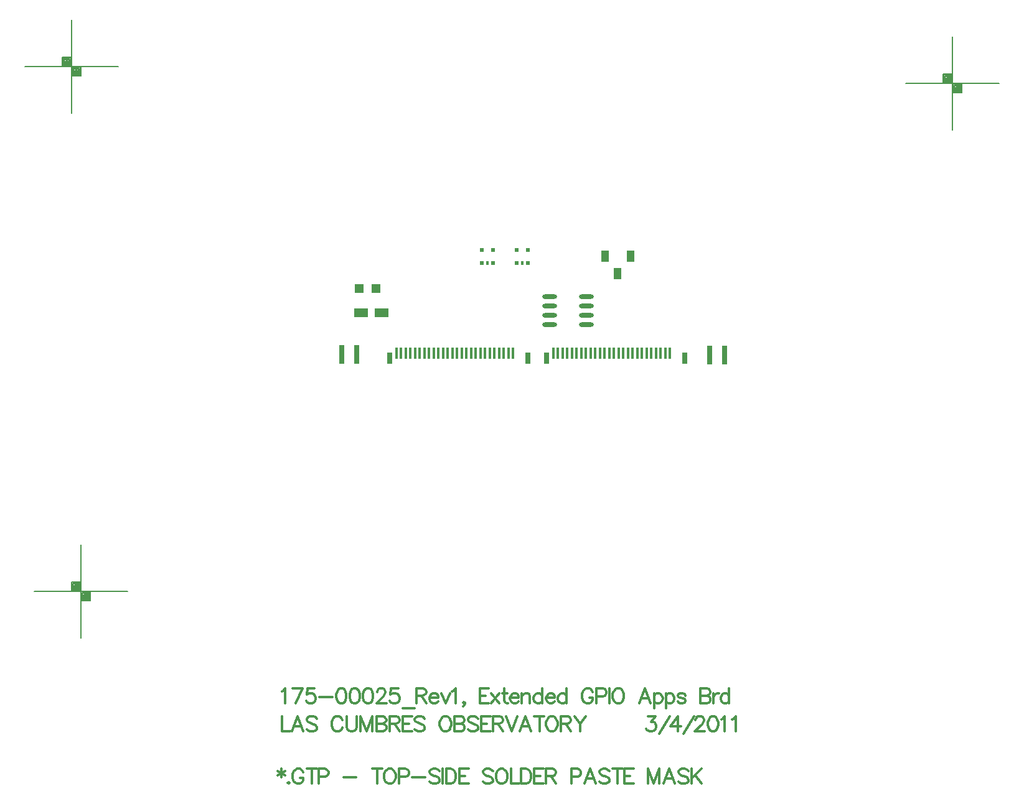
<source format=gtp>
%FSLAX23Y23*%
%MOIN*%
G70*
G01*
G75*
G04 Layer_Color=8421504*
%ADD10R,0.020X0.020*%
%ADD11R,0.016X0.020*%
%ADD12O,0.079X0.024*%
%ADD13R,0.078X0.048*%
%ADD14R,0.050X0.050*%
%ADD15R,0.014X0.060*%
%ADD16R,0.030X0.100*%
%ADD17R,0.031X0.060*%
%ADD18R,0.039X0.063*%
%ADD19C,0.020*%
%ADD20C,0.010*%
%ADD21C,0.005*%
%ADD22C,0.012*%
%ADD23C,0.008*%
%ADD24C,0.012*%
%ADD25C,0.012*%
%ADD26R,0.059X0.059*%
%ADD27C,0.059*%
%ADD28C,0.219*%
%ADD29C,0.024*%
%ADD30C,0.040*%
%ADD31C,0.075*%
%ADD32C,0.206*%
%ADD33C,0.050*%
G04:AMPARAMS|DCode=34|XSize=70mil|YSize=70mil|CornerRadius=0mil|HoleSize=0mil|Usage=FLASHONLY|Rotation=0.000|XOffset=0mil|YOffset=0mil|HoleType=Round|Shape=Relief|Width=10mil|Gap=10mil|Entries=4|*
%AMTHD34*
7,0,0,0.070,0.050,0.010,45*
%
%ADD34THD34*%
%ADD35C,0.010*%
%ADD36C,0.010*%
%ADD37C,0.008*%
%ADD38C,0.007*%
%ADD39C,0.007*%
%ADD40R,0.226X0.148*%
D10*
X22861Y16502D02*
D03*
X22921D02*
D03*
Y16431D02*
D03*
X22861D02*
D03*
X22674Y16502D02*
D03*
X22734D02*
D03*
Y16431D02*
D03*
X22674D02*
D03*
D11*
X22891D02*
D03*
X22704D02*
D03*
D12*
X23039Y16251D02*
D03*
Y16201D02*
D03*
Y16151D02*
D03*
Y16101D02*
D03*
X23236Y16251D02*
D03*
Y16201D02*
D03*
Y16151D02*
D03*
Y16101D02*
D03*
D13*
X22139Y16166D02*
D03*
X22029D02*
D03*
D14*
X22019Y16294D02*
D03*
X22109D02*
D03*
D15*
X22218Y15949D02*
D03*
X22243D02*
D03*
X22268D02*
D03*
X22293D02*
D03*
X22318D02*
D03*
X22343D02*
D03*
X22368D02*
D03*
X22393D02*
D03*
X22418D02*
D03*
X22443D02*
D03*
X22468D02*
D03*
X22493D02*
D03*
X22518D02*
D03*
X22543D02*
D03*
X22568D02*
D03*
X22593D02*
D03*
X22618D02*
D03*
X22643D02*
D03*
X22668D02*
D03*
X22693D02*
D03*
X22718D02*
D03*
X22743D02*
D03*
X22768D02*
D03*
X22793D02*
D03*
X22818D02*
D03*
X22843D02*
D03*
X23058Y15948D02*
D03*
X23083D02*
D03*
X23108D02*
D03*
X23133D02*
D03*
X23158D02*
D03*
X23183D02*
D03*
X23208D02*
D03*
X23233D02*
D03*
X23258D02*
D03*
X23283D02*
D03*
X23308D02*
D03*
X23333D02*
D03*
X23358D02*
D03*
X23383D02*
D03*
X23408D02*
D03*
X23433D02*
D03*
X23458D02*
D03*
X23483D02*
D03*
X23508D02*
D03*
X23533D02*
D03*
X23558D02*
D03*
X23583D02*
D03*
X23608D02*
D03*
X23633D02*
D03*
X23658D02*
D03*
X23683D02*
D03*
D16*
X21926Y15940D02*
D03*
X22005D02*
D03*
X23896Y15939D02*
D03*
X23975D02*
D03*
D17*
X23761Y15921D02*
D03*
X23021D02*
D03*
X22181D02*
D03*
X22921D02*
D03*
D18*
X23472Y16467D02*
D03*
X23403Y16376D02*
D03*
X23334Y16467D02*
D03*
D23*
X24944Y17396D02*
X25444D01*
X25194Y17146D02*
Y17646D01*
X25144Y17396D02*
Y17446D01*
X25194D01*
X25244Y17346D02*
Y17396D01*
X25194Y17346D02*
X25244D01*
X25199Y17391D02*
X25239D01*
Y17351D02*
Y17391D01*
X25199Y17351D02*
X25239D01*
X25199D02*
Y17391D01*
X25204Y17386D02*
X25234D01*
Y17356D02*
Y17386D01*
X25204Y17356D02*
X25234D01*
X25204D02*
Y17381D01*
X25209D02*
X25229D01*
Y17361D02*
Y17381D01*
X25209Y17361D02*
X25229D01*
X25209D02*
Y17376D01*
X25214D02*
X25224D01*
Y17366D02*
Y17376D01*
X25214Y17366D02*
X25224D01*
X25214D02*
Y17376D01*
Y17371D02*
X25224D01*
X25149Y17441D02*
X25189D01*
Y17401D02*
Y17441D01*
X25149Y17401D02*
X25189D01*
X25149D02*
Y17441D01*
X25154Y17436D02*
X25184D01*
Y17406D02*
Y17436D01*
X25154Y17406D02*
X25184D01*
X25154D02*
Y17431D01*
X25159D02*
X25179D01*
Y17411D02*
Y17431D01*
X25159Y17411D02*
X25179D01*
X25159D02*
Y17426D01*
X25164D02*
X25174D01*
Y17416D02*
Y17426D01*
X25164Y17416D02*
X25174D01*
X25164D02*
Y17426D01*
Y17421D02*
X25174D01*
X20279Y14670D02*
X20779D01*
X20529Y14420D02*
Y14920D01*
X20479Y14670D02*
Y14720D01*
X20529D01*
X20579Y14620D02*
Y14670D01*
X20529Y14620D02*
X20579D01*
X20534Y14665D02*
X20574D01*
Y14625D02*
Y14665D01*
X20534Y14625D02*
X20574D01*
X20534D02*
Y14665D01*
X20539Y14660D02*
X20569D01*
Y14630D02*
Y14660D01*
X20539Y14630D02*
X20569D01*
X20539D02*
Y14655D01*
X20544D02*
X20564D01*
Y14635D02*
Y14655D01*
X20544Y14635D02*
X20564D01*
X20544D02*
Y14650D01*
X20549D02*
X20559D01*
Y14640D02*
Y14650D01*
X20549Y14640D02*
X20559D01*
X20549D02*
Y14650D01*
Y14645D02*
X20559D01*
X20484Y14715D02*
X20524D01*
Y14675D02*
Y14715D01*
X20484Y14675D02*
X20524D01*
X20484D02*
Y14715D01*
X20489Y14710D02*
X20519D01*
Y14680D02*
Y14710D01*
X20489Y14680D02*
X20519D01*
X20489D02*
Y14705D01*
X20494D02*
X20514D01*
Y14685D02*
Y14705D01*
X20494Y14685D02*
X20514D01*
X20494D02*
Y14700D01*
X20499D02*
X20509D01*
Y14690D02*
Y14700D01*
X20499Y14690D02*
X20509D01*
X20499D02*
Y14700D01*
Y14695D02*
X20509D01*
X20230Y17485D02*
X20730D01*
X20480Y17235D02*
Y17735D01*
X20430Y17485D02*
Y17535D01*
X20480D01*
X20530Y17435D02*
Y17485D01*
X20480Y17435D02*
X20530D01*
X20485Y17480D02*
X20525D01*
Y17440D02*
Y17480D01*
X20485Y17440D02*
X20525D01*
X20485D02*
Y17480D01*
X20490Y17475D02*
X20520D01*
Y17445D02*
Y17475D01*
X20490Y17445D02*
X20520D01*
X20490D02*
Y17470D01*
X20495D02*
X20515D01*
Y17450D02*
Y17470D01*
X20495Y17450D02*
X20515D01*
X20495D02*
Y17465D01*
X20500D02*
X20510D01*
Y17455D02*
Y17465D01*
X20500Y17455D02*
X20510D01*
X20500D02*
Y17465D01*
Y17460D02*
X20510D01*
X20435Y17530D02*
X20475D01*
Y17490D02*
Y17530D01*
X20435Y17490D02*
X20475D01*
X20435D02*
Y17530D01*
X20440Y17525D02*
X20470D01*
Y17495D02*
Y17525D01*
X20440Y17495D02*
X20470D01*
X20440D02*
Y17520D01*
X20445D02*
X20465D01*
Y17500D02*
Y17520D01*
X20445Y17500D02*
X20465D01*
X20445D02*
Y17515D01*
X20450D02*
X20460D01*
Y17505D02*
Y17515D01*
X20450Y17505D02*
X20460D01*
X20450D02*
Y17515D01*
Y17510D02*
X20460D01*
D24*
X21602Y13720D02*
Y13675D01*
X21583Y13709D02*
X21621Y13686D01*
Y13709D02*
X21583Y13686D01*
X21641Y13648D02*
X21637Y13644D01*
X21641Y13640D01*
X21645Y13644D01*
X21641Y13648D01*
X21720Y13701D02*
X21716Y13709D01*
X21708Y13716D01*
X21701Y13720D01*
X21685D01*
X21678Y13716D01*
X21670Y13709D01*
X21666Y13701D01*
X21662Y13690D01*
Y13671D01*
X21666Y13659D01*
X21670Y13652D01*
X21678Y13644D01*
X21685Y13640D01*
X21701D01*
X21708Y13644D01*
X21716Y13652D01*
X21720Y13659D01*
Y13671D01*
X21701D02*
X21720D01*
X21765Y13720D02*
Y13640D01*
X21738Y13720D02*
X21791D01*
X21801Y13678D02*
X21835D01*
X21846Y13682D01*
X21850Y13686D01*
X21854Y13694D01*
Y13705D01*
X21850Y13713D01*
X21846Y13716D01*
X21835Y13720D01*
X21801D01*
Y13640D01*
X21935Y13675D02*
X22003D01*
X22116Y13720D02*
Y13640D01*
X22090Y13720D02*
X22143D01*
X22176D02*
X22168Y13716D01*
X22160Y13709D01*
X22156Y13701D01*
X22153Y13690D01*
Y13671D01*
X22156Y13659D01*
X22160Y13652D01*
X22168Y13644D01*
X22176Y13640D01*
X22191D01*
X22198Y13644D01*
X22206Y13652D01*
X22210Y13659D01*
X22214Y13671D01*
Y13690D01*
X22210Y13701D01*
X22206Y13709D01*
X22198Y13716D01*
X22191Y13720D01*
X22176D01*
X22232Y13678D02*
X22267D01*
X22278Y13682D01*
X22282Y13686D01*
X22286Y13694D01*
Y13705D01*
X22282Y13713D01*
X22278Y13716D01*
X22267Y13720D01*
X22232D01*
Y13640D01*
X22303Y13675D02*
X22372D01*
X22449Y13709D02*
X22441Y13716D01*
X22430Y13720D01*
X22415D01*
X22403Y13716D01*
X22396Y13709D01*
Y13701D01*
X22399Y13694D01*
X22403Y13690D01*
X22411Y13686D01*
X22434Y13678D01*
X22441Y13675D01*
X22445Y13671D01*
X22449Y13663D01*
Y13652D01*
X22441Y13644D01*
X22430Y13640D01*
X22415D01*
X22403Y13644D01*
X22396Y13652D01*
X22467Y13720D02*
Y13640D01*
X22484Y13720D02*
Y13640D01*
Y13720D02*
X22510D01*
X22522Y13716D01*
X22529Y13709D01*
X22533Y13701D01*
X22537Y13690D01*
Y13671D01*
X22533Y13659D01*
X22529Y13652D01*
X22522Y13644D01*
X22510Y13640D01*
X22484D01*
X22604Y13720D02*
X22555D01*
Y13640D01*
X22604D01*
X22555Y13682D02*
X22585D01*
X22734Y13709D02*
X22726Y13716D01*
X22715Y13720D01*
X22700D01*
X22688Y13716D01*
X22681Y13709D01*
Y13701D01*
X22684Y13694D01*
X22688Y13690D01*
X22696Y13686D01*
X22719Y13678D01*
X22726Y13675D01*
X22730Y13671D01*
X22734Y13663D01*
Y13652D01*
X22726Y13644D01*
X22715Y13640D01*
X22700D01*
X22688Y13644D01*
X22681Y13652D01*
X22775Y13720D02*
X22767Y13716D01*
X22759Y13709D01*
X22756Y13701D01*
X22752Y13690D01*
Y13671D01*
X22756Y13659D01*
X22759Y13652D01*
X22767Y13644D01*
X22775Y13640D01*
X22790D01*
X22797Y13644D01*
X22805Y13652D01*
X22809Y13659D01*
X22813Y13671D01*
Y13690D01*
X22809Y13701D01*
X22805Y13709D01*
X22797Y13716D01*
X22790Y13720D01*
X22775D01*
X22831D02*
Y13640D01*
X22877D01*
X22886Y13720D02*
Y13640D01*
Y13720D02*
X22912D01*
X22924Y13716D01*
X22932Y13709D01*
X22935Y13701D01*
X22939Y13690D01*
Y13671D01*
X22935Y13659D01*
X22932Y13652D01*
X22924Y13644D01*
X22912Y13640D01*
X22886D01*
X23007Y13720D02*
X22957D01*
Y13640D01*
X23007D01*
X22957Y13682D02*
X22988D01*
X23020Y13720D02*
Y13640D01*
Y13720D02*
X23054D01*
X23066Y13716D01*
X23069Y13713D01*
X23073Y13705D01*
Y13697D01*
X23069Y13690D01*
X23066Y13686D01*
X23054Y13682D01*
X23020D01*
X23047D02*
X23073Y13640D01*
X23154Y13678D02*
X23188D01*
X23200Y13682D01*
X23203Y13686D01*
X23207Y13694D01*
Y13705D01*
X23203Y13713D01*
X23200Y13716D01*
X23188Y13720D01*
X23154D01*
Y13640D01*
X23286D02*
X23256Y13720D01*
X23225Y13640D01*
X23237Y13667D02*
X23275D01*
X23358Y13709D02*
X23350Y13716D01*
X23339Y13720D01*
X23324D01*
X23312Y13716D01*
X23305Y13709D01*
Y13701D01*
X23309Y13694D01*
X23312Y13690D01*
X23320Y13686D01*
X23343Y13678D01*
X23350Y13675D01*
X23354Y13671D01*
X23358Y13663D01*
Y13652D01*
X23350Y13644D01*
X23339Y13640D01*
X23324D01*
X23312Y13644D01*
X23305Y13652D01*
X23403Y13720D02*
Y13640D01*
X23376Y13720D02*
X23429D01*
X23488D02*
X23439D01*
Y13640D01*
X23488D01*
X23439Y13682D02*
X23469D01*
X23565Y13720D02*
Y13640D01*
Y13720D02*
X23595Y13640D01*
X23625Y13720D02*
X23595Y13640D01*
X23625Y13720D02*
Y13640D01*
X23709D02*
X23679Y13720D01*
X23648Y13640D01*
X23660Y13667D02*
X23698D01*
X23781Y13709D02*
X23774Y13716D01*
X23762Y13720D01*
X23747D01*
X23736Y13716D01*
X23728Y13709D01*
Y13701D01*
X23732Y13694D01*
X23736Y13690D01*
X23743Y13686D01*
X23766Y13678D01*
X23774Y13675D01*
X23777Y13671D01*
X23781Y13663D01*
Y13652D01*
X23774Y13644D01*
X23762Y13640D01*
X23747D01*
X23736Y13644D01*
X23728Y13652D01*
X23799Y13720D02*
Y13640D01*
X23852Y13720D02*
X23799Y13667D01*
X23818Y13686D02*
X23852Y13640D01*
X21604Y14136D02*
X21612Y14139D01*
X21623Y14151D01*
Y14071D01*
X21716Y14151D02*
X21678Y14071D01*
X21663Y14151D02*
X21716D01*
X21779D02*
X21741D01*
X21738Y14117D01*
X21741Y14120D01*
X21753Y14124D01*
X21764D01*
X21776Y14120D01*
X21783Y14113D01*
X21787Y14101D01*
Y14094D01*
X21783Y14082D01*
X21776Y14075D01*
X21764Y14071D01*
X21753D01*
X21741Y14075D01*
X21738Y14079D01*
X21734Y14086D01*
X21805Y14105D02*
X21874D01*
X21920Y14151D02*
X21909Y14147D01*
X21901Y14136D01*
X21897Y14117D01*
Y14105D01*
X21901Y14086D01*
X21909Y14075D01*
X21920Y14071D01*
X21928D01*
X21939Y14075D01*
X21947Y14086D01*
X21950Y14105D01*
Y14117D01*
X21947Y14136D01*
X21939Y14147D01*
X21928Y14151D01*
X21920D01*
X21991D02*
X21980Y14147D01*
X21972Y14136D01*
X21968Y14117D01*
Y14105D01*
X21972Y14086D01*
X21980Y14075D01*
X21991Y14071D01*
X21999D01*
X22010Y14075D01*
X22018Y14086D01*
X22022Y14105D01*
Y14117D01*
X22018Y14136D01*
X22010Y14147D01*
X21999Y14151D01*
X21991D01*
X22062D02*
X22051Y14147D01*
X22043Y14136D01*
X22040Y14117D01*
Y14105D01*
X22043Y14086D01*
X22051Y14075D01*
X22062Y14071D01*
X22070D01*
X22082Y14075D01*
X22089Y14086D01*
X22093Y14105D01*
Y14117D01*
X22089Y14136D01*
X22082Y14147D01*
X22070Y14151D01*
X22062D01*
X22115Y14132D02*
Y14136D01*
X22118Y14143D01*
X22122Y14147D01*
X22130Y14151D01*
X22145D01*
X22153Y14147D01*
X22157Y14143D01*
X22160Y14136D01*
Y14128D01*
X22157Y14120D01*
X22149Y14109D01*
X22111Y14071D01*
X22164D01*
X22228Y14151D02*
X22190D01*
X22186Y14117D01*
X22190Y14120D01*
X22201Y14124D01*
X22213D01*
X22224Y14120D01*
X22232Y14113D01*
X22235Y14101D01*
Y14094D01*
X22232Y14082D01*
X22224Y14075D01*
X22213Y14071D01*
X22201D01*
X22190Y14075D01*
X22186Y14079D01*
X22182Y14086D01*
X22253Y14044D02*
X22314D01*
X22325Y14151D02*
Y14071D01*
Y14151D02*
X22359D01*
X22370Y14147D01*
X22374Y14143D01*
X22378Y14136D01*
Y14128D01*
X22374Y14120D01*
X22370Y14117D01*
X22359Y14113D01*
X22325D01*
X22351D02*
X22378Y14071D01*
X22396Y14101D02*
X22441D01*
Y14109D01*
X22438Y14117D01*
X22434Y14120D01*
X22426Y14124D01*
X22415D01*
X22407Y14120D01*
X22400Y14113D01*
X22396Y14101D01*
Y14094D01*
X22400Y14082D01*
X22407Y14075D01*
X22415Y14071D01*
X22426D01*
X22434Y14075D01*
X22441Y14082D01*
X22459Y14124D02*
X22481Y14071D01*
X22504Y14124D02*
X22481Y14071D01*
X22517Y14136D02*
X22525Y14139D01*
X22536Y14151D01*
Y14071D01*
X22584Y14075D02*
X22580Y14071D01*
X22576Y14075D01*
X22580Y14079D01*
X22584Y14075D01*
Y14067D01*
X22580Y14059D01*
X22576Y14056D01*
X22713Y14151D02*
X22664D01*
Y14071D01*
X22713D01*
X22664Y14113D02*
X22694D01*
X22727Y14124D02*
X22769Y14071D01*
Y14124D02*
X22727Y14071D01*
X22797Y14151D02*
Y14086D01*
X22801Y14075D01*
X22808Y14071D01*
X22816D01*
X22785Y14124D02*
X22812D01*
X22827Y14101D02*
X22873D01*
Y14109D01*
X22869Y14117D01*
X22865Y14120D01*
X22858Y14124D01*
X22846D01*
X22839Y14120D01*
X22831Y14113D01*
X22827Y14101D01*
Y14094D01*
X22831Y14082D01*
X22839Y14075D01*
X22846Y14071D01*
X22858D01*
X22865Y14075D01*
X22873Y14082D01*
X22890Y14124D02*
Y14071D01*
Y14109D02*
X22902Y14120D01*
X22909Y14124D01*
X22921D01*
X22928Y14120D01*
X22932Y14109D01*
Y14071D01*
X22999Y14151D02*
Y14071D01*
Y14113D02*
X22991Y14120D01*
X22983Y14124D01*
X22972D01*
X22964Y14120D01*
X22957Y14113D01*
X22953Y14101D01*
Y14094D01*
X22957Y14082D01*
X22964Y14075D01*
X22972Y14071D01*
X22983D01*
X22991Y14075D01*
X22999Y14082D01*
X23020Y14101D02*
X23066D01*
Y14109D01*
X23062Y14117D01*
X23058Y14120D01*
X23050Y14124D01*
X23039D01*
X23031Y14120D01*
X23024Y14113D01*
X23020Y14101D01*
Y14094D01*
X23024Y14082D01*
X23031Y14075D01*
X23039Y14071D01*
X23050D01*
X23058Y14075D01*
X23066Y14082D01*
X23129Y14151D02*
Y14071D01*
Y14113D02*
X23121Y14120D01*
X23113Y14124D01*
X23102D01*
X23094Y14120D01*
X23087Y14113D01*
X23083Y14101D01*
Y14094D01*
X23087Y14082D01*
X23094Y14075D01*
X23102Y14071D01*
X23113D01*
X23121Y14075D01*
X23129Y14082D01*
X23270Y14132D02*
X23266Y14139D01*
X23258Y14147D01*
X23251Y14151D01*
X23236D01*
X23228Y14147D01*
X23220Y14139D01*
X23217Y14132D01*
X23213Y14120D01*
Y14101D01*
X23217Y14090D01*
X23220Y14082D01*
X23228Y14075D01*
X23236Y14071D01*
X23251D01*
X23258Y14075D01*
X23266Y14082D01*
X23270Y14090D01*
Y14101D01*
X23251D02*
X23270D01*
X23288Y14109D02*
X23322D01*
X23334Y14113D01*
X23338Y14117D01*
X23341Y14124D01*
Y14136D01*
X23338Y14143D01*
X23334Y14147D01*
X23322Y14151D01*
X23288D01*
Y14071D01*
X23359Y14151D02*
Y14071D01*
X23399Y14151D02*
X23391Y14147D01*
X23384Y14139D01*
X23380Y14132D01*
X23376Y14120D01*
Y14101D01*
X23380Y14090D01*
X23384Y14082D01*
X23391Y14075D01*
X23399Y14071D01*
X23414D01*
X23422Y14075D01*
X23429Y14082D01*
X23433Y14090D01*
X23437Y14101D01*
Y14120D01*
X23433Y14132D01*
X23429Y14139D01*
X23422Y14147D01*
X23414Y14151D01*
X23399D01*
X23579Y14071D02*
X23549Y14151D01*
X23519Y14071D01*
X23530Y14098D02*
X23568D01*
X23598Y14124D02*
Y14044D01*
Y14113D02*
X23606Y14120D01*
X23613Y14124D01*
X23625D01*
X23632Y14120D01*
X23640Y14113D01*
X23644Y14101D01*
Y14094D01*
X23640Y14082D01*
X23632Y14075D01*
X23625Y14071D01*
X23613D01*
X23606Y14075D01*
X23598Y14082D01*
X23661Y14124D02*
Y14044D01*
Y14113D02*
X23669Y14120D01*
X23676Y14124D01*
X23688D01*
X23695Y14120D01*
X23703Y14113D01*
X23707Y14101D01*
Y14094D01*
X23703Y14082D01*
X23695Y14075D01*
X23688Y14071D01*
X23676D01*
X23669Y14075D01*
X23661Y14082D01*
X23766Y14113D02*
X23762Y14120D01*
X23750Y14124D01*
X23739D01*
X23728Y14120D01*
X23724Y14113D01*
X23728Y14105D01*
X23735Y14101D01*
X23754Y14098D01*
X23762Y14094D01*
X23766Y14086D01*
Y14082D01*
X23762Y14075D01*
X23750Y14071D01*
X23739D01*
X23728Y14075D01*
X23724Y14082D01*
X23845Y14151D02*
Y14071D01*
Y14151D02*
X23880D01*
X23891Y14147D01*
X23895Y14143D01*
X23899Y14136D01*
Y14128D01*
X23895Y14120D01*
X23891Y14117D01*
X23880Y14113D01*
X23845D02*
X23880D01*
X23891Y14109D01*
X23895Y14105D01*
X23899Y14098D01*
Y14086D01*
X23895Y14079D01*
X23891Y14075D01*
X23880Y14071D01*
X23845D01*
X23917Y14124D02*
Y14071D01*
Y14101D02*
X23920Y14113D01*
X23928Y14120D01*
X23936Y14124D01*
X23947D01*
X24000Y14151D02*
Y14071D01*
Y14113D02*
X23992Y14120D01*
X23985Y14124D01*
X23973D01*
X23966Y14120D01*
X23958Y14113D01*
X23954Y14101D01*
Y14094D01*
X23958Y14082D01*
X23966Y14075D01*
X23973Y14071D01*
X23985D01*
X23992Y14075D01*
X24000Y14082D01*
D25*
X21604Y14001D02*
Y13921D01*
X21650D01*
X21719D02*
X21689Y14001D01*
X21658Y13921D01*
X21670Y13948D02*
X21708D01*
X21791Y13989D02*
X21784Y13997D01*
X21772Y14001D01*
X21757D01*
X21746Y13997D01*
X21738Y13989D01*
Y13982D01*
X21742Y13974D01*
X21746Y13970D01*
X21753Y13967D01*
X21776Y13959D01*
X21784Y13955D01*
X21787Y13951D01*
X21791Y13944D01*
Y13932D01*
X21784Y13925D01*
X21772Y13921D01*
X21757D01*
X21746Y13925D01*
X21738Y13932D01*
X21929Y13982D02*
X21925Y13989D01*
X21918Y13997D01*
X21910Y14001D01*
X21895D01*
X21887Y13997D01*
X21880Y13989D01*
X21876Y13982D01*
X21872Y13970D01*
Y13951D01*
X21876Y13940D01*
X21880Y13932D01*
X21887Y13925D01*
X21895Y13921D01*
X21910D01*
X21918Y13925D01*
X21925Y13932D01*
X21929Y13940D01*
X21952Y14001D02*
Y13944D01*
X21955Y13932D01*
X21963Y13925D01*
X21974Y13921D01*
X21982D01*
X21994Y13925D01*
X22001Y13932D01*
X22005Y13944D01*
Y14001D01*
X22027D02*
Y13921D01*
Y14001D02*
X22058Y13921D01*
X22088Y14001D02*
X22058Y13921D01*
X22088Y14001D02*
Y13921D01*
X22111Y14001D02*
Y13921D01*
Y14001D02*
X22145D01*
X22157Y13997D01*
X22160Y13993D01*
X22164Y13986D01*
Y13978D01*
X22160Y13970D01*
X22157Y13967D01*
X22145Y13963D01*
X22111D02*
X22145D01*
X22157Y13959D01*
X22160Y13955D01*
X22164Y13948D01*
Y13936D01*
X22160Y13928D01*
X22157Y13925D01*
X22145Y13921D01*
X22111D01*
X22182Y14001D02*
Y13921D01*
Y14001D02*
X22216D01*
X22228Y13997D01*
X22232Y13993D01*
X22235Y13986D01*
Y13978D01*
X22232Y13970D01*
X22228Y13967D01*
X22216Y13963D01*
X22182D01*
X22209D02*
X22235Y13921D01*
X22303Y14001D02*
X22253D01*
Y13921D01*
X22303D01*
X22253Y13963D02*
X22284D01*
X22369Y13989D02*
X22362Y13997D01*
X22350Y14001D01*
X22335D01*
X22324Y13997D01*
X22316Y13989D01*
Y13982D01*
X22320Y13974D01*
X22324Y13970D01*
X22331Y13967D01*
X22354Y13959D01*
X22362Y13955D01*
X22366Y13951D01*
X22369Y13944D01*
Y13932D01*
X22362Y13925D01*
X22350Y13921D01*
X22335D01*
X22324Y13925D01*
X22316Y13932D01*
X22473Y14001D02*
X22465Y13997D01*
X22458Y13989D01*
X22454Y13982D01*
X22450Y13970D01*
Y13951D01*
X22454Y13940D01*
X22458Y13932D01*
X22465Y13925D01*
X22473Y13921D01*
X22488D01*
X22496Y13925D01*
X22504Y13932D01*
X22507Y13940D01*
X22511Y13951D01*
Y13970D01*
X22507Y13982D01*
X22504Y13989D01*
X22496Y13997D01*
X22488Y14001D01*
X22473D01*
X22530D02*
Y13921D01*
Y14001D02*
X22564D01*
X22576Y13997D01*
X22579Y13993D01*
X22583Y13986D01*
Y13978D01*
X22579Y13970D01*
X22576Y13967D01*
X22564Y13963D01*
X22530D02*
X22564D01*
X22576Y13959D01*
X22579Y13955D01*
X22583Y13948D01*
Y13936D01*
X22579Y13928D01*
X22576Y13925D01*
X22564Y13921D01*
X22530D01*
X22654Y13989D02*
X22647Y13997D01*
X22635Y14001D01*
X22620D01*
X22609Y13997D01*
X22601Y13989D01*
Y13982D01*
X22605Y13974D01*
X22609Y13970D01*
X22616Y13967D01*
X22639Y13959D01*
X22647Y13955D01*
X22651Y13951D01*
X22654Y13944D01*
Y13932D01*
X22647Y13925D01*
X22635Y13921D01*
X22620D01*
X22609Y13925D01*
X22601Y13932D01*
X22722Y14001D02*
X22672D01*
Y13921D01*
X22722D01*
X22672Y13963D02*
X22703D01*
X22735Y14001D02*
Y13921D01*
Y14001D02*
X22769D01*
X22781Y13997D01*
X22785Y13993D01*
X22788Y13986D01*
Y13978D01*
X22785Y13970D01*
X22781Y13967D01*
X22769Y13963D01*
X22735D01*
X22762D02*
X22788Y13921D01*
X22806Y14001D02*
X22837Y13921D01*
X22867Y14001D02*
X22837Y13921D01*
X22938D02*
X22908Y14001D01*
X22878Y13921D01*
X22889Y13948D02*
X22927D01*
X22984Y14001D02*
Y13921D01*
X22957Y14001D02*
X23010D01*
X23043D02*
X23035Y13997D01*
X23028Y13989D01*
X23024Y13982D01*
X23020Y13970D01*
Y13951D01*
X23024Y13940D01*
X23028Y13932D01*
X23035Y13925D01*
X23043Y13921D01*
X23058D01*
X23066Y13925D01*
X23073Y13932D01*
X23077Y13940D01*
X23081Y13951D01*
Y13970D01*
X23077Y13982D01*
X23073Y13989D01*
X23066Y13997D01*
X23058Y14001D01*
X23043D01*
X23100D02*
Y13921D01*
Y14001D02*
X23134D01*
X23145Y13997D01*
X23149Y13993D01*
X23153Y13986D01*
Y13978D01*
X23149Y13970D01*
X23145Y13967D01*
X23134Y13963D01*
X23100D01*
X23126D02*
X23153Y13921D01*
X23171Y14001D02*
X23201Y13963D01*
Y13921D01*
X23232Y14001D02*
X23201Y13963D01*
X23564Y14001D02*
X23606D01*
X23583Y13970D01*
X23594D01*
X23602Y13967D01*
X23606Y13963D01*
X23610Y13951D01*
Y13944D01*
X23606Y13932D01*
X23598Y13925D01*
X23587Y13921D01*
X23575D01*
X23564Y13925D01*
X23560Y13928D01*
X23556Y13936D01*
X23627Y13909D02*
X23681Y14001D01*
X23724D02*
X23686Y13948D01*
X23743D01*
X23724Y14001D02*
Y13921D01*
X23757Y13909D02*
X23811Y14001D01*
X23820Y13982D02*
Y13986D01*
X23824Y13993D01*
X23827Y13997D01*
X23835Y14001D01*
X23850D01*
X23858Y13997D01*
X23862Y13993D01*
X23866Y13986D01*
Y13978D01*
X23862Y13970D01*
X23854Y13959D01*
X23816Y13921D01*
X23869D01*
X23910Y14001D02*
X23899Y13997D01*
X23891Y13986D01*
X23887Y13967D01*
Y13955D01*
X23891Y13936D01*
X23899Y13925D01*
X23910Y13921D01*
X23918D01*
X23929Y13925D01*
X23937Y13936D01*
X23941Y13955D01*
Y13967D01*
X23937Y13986D01*
X23929Y13997D01*
X23918Y14001D01*
X23910D01*
X23958Y13986D02*
X23966Y13989D01*
X23977Y14001D01*
Y13921D01*
X24017Y13986D02*
X24025Y13989D01*
X24036Y14001D01*
Y13921D01*
M02*

</source>
